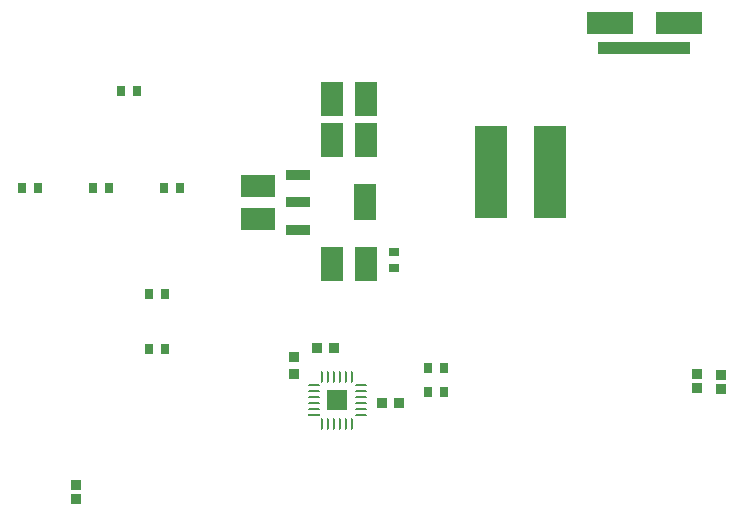
<source format=gbp>
G04*
G04 #@! TF.GenerationSoftware,Altium Limited,Altium Designer,23.2.1 (34)*
G04*
G04 Layer_Color=128*
%FSLAX44Y44*%
%MOMM*%
G71*
G04*
G04 #@! TF.SameCoordinates,D71E7737-13ED-4BDA-A6DE-6AB0D4F083BE*
G04*
G04*
G04 #@! TF.FilePolarity,Positive*
G04*
G01*
G75*
%ADD17R,3.8636X1.8636*%
%ADD18R,7.8944X1.0944*%
%ADD51R,0.9581X0.9121*%
%ADD52R,0.9121X0.9581*%
G04:AMPARAMS|DCode=57|XSize=0.2393mm|YSize=0.9791mm|CornerRadius=0.1196mm|HoleSize=0mm|Usage=FLASHONLY|Rotation=0.000|XOffset=0mm|YOffset=0mm|HoleType=Round|Shape=RoundedRectangle|*
%AMROUNDEDRECTD57*
21,1,0.2393,0.7398,0,0,0.0*
21,1,0.0000,0.9791,0,0,0.0*
1,1,0.2393,0.0000,-0.3699*
1,1,0.2393,0.0000,-0.3699*
1,1,0.2393,0.0000,0.3699*
1,1,0.2393,0.0000,0.3699*
%
%ADD57ROUNDEDRECTD57*%
G04:AMPARAMS|DCode=58|XSize=0.9791mm|YSize=0.2393mm|CornerRadius=0.1196mm|HoleSize=0mm|Usage=FLASHONLY|Rotation=0.000|XOffset=0mm|YOffset=0mm|HoleType=Round|Shape=RoundedRectangle|*
%AMROUNDEDRECTD58*
21,1,0.9791,0.0000,0,0,0.0*
21,1,0.7398,0.2393,0,0,0.0*
1,1,0.2393,0.3699,0.0000*
1,1,0.2393,-0.3699,0.0000*
1,1,0.2393,-0.3699,0.0000*
1,1,0.2393,0.3699,0.0000*
%
%ADD58ROUNDEDRECTD58*%
%ADD59R,0.9791X0.2393*%
%ADD61R,1.8526X2.9042*%
%ADD62R,2.9042X1.8526*%
%ADD71R,1.7076X1.7076*%
%ADD72R,0.9487X0.9487*%
%ADD73R,2.0356X0.8356*%
%ADD74R,1.9700X3.0700*%
%ADD75R,0.7554X0.9054*%
%ADD76R,0.9054X0.7554*%
%ADD77R,2.7773X7.7773*%
D17*
X-121000Y254000D02*
D03*
X-179000D02*
D03*
D18*
X-150000Y233000D02*
D03*
D51*
X-412730Y-21000D02*
D03*
X-427270D02*
D03*
X-357730Y-67000D02*
D03*
X-372270D02*
D03*
D52*
X-447000Y-28460D02*
D03*
Y-43000D02*
D03*
D57*
X-422500Y-84895D02*
D03*
X-417500D02*
D03*
X-412500D02*
D03*
X-407500D02*
D03*
X-402500D02*
D03*
X-397500D02*
D03*
Y-45104D02*
D03*
X-402500D02*
D03*
X-407500D02*
D03*
X-412500D02*
D03*
X-417500D02*
D03*
X-422500D02*
D03*
D58*
X-390104Y-77500D02*
D03*
X-390104Y-72500D02*
D03*
Y-67500D02*
D03*
Y-62500D02*
D03*
X-390104Y-57500D02*
D03*
Y-52500D02*
D03*
X-429896D02*
D03*
Y-57500D02*
D03*
Y-62500D02*
D03*
Y-67500D02*
D03*
Y-72500D02*
D03*
D59*
Y-77500D02*
D03*
D61*
X-414252Y50000D02*
D03*
X-385747Y50000D02*
D03*
X-414253Y190000D02*
D03*
X-385748D02*
D03*
X-414252Y155000D02*
D03*
X-385748D02*
D03*
D62*
X-477500Y88248D02*
D03*
Y116753D02*
D03*
D71*
X-410000Y-65000D02*
D03*
D72*
X-631000Y-137000D02*
D03*
Y-148700D02*
D03*
X-105000Y-54800D02*
D03*
Y-43100D02*
D03*
X-85000Y-55100D02*
D03*
Y-43400D02*
D03*
D73*
X-443500Y79500D02*
D03*
Y102500D02*
D03*
Y125500D02*
D03*
D74*
X-386500Y102500D02*
D03*
D75*
X-332750Y-58000D02*
D03*
X-319250D02*
D03*
X-332750Y-38000D02*
D03*
X-319250D02*
D03*
X-543250Y115000D02*
D03*
X-556750D02*
D03*
X-603250D02*
D03*
X-616750D02*
D03*
X-579250Y197000D02*
D03*
X-592750D02*
D03*
X-556250Y25000D02*
D03*
X-569750D02*
D03*
X-556250Y-22000D02*
D03*
X-569750D02*
D03*
X-663250Y115000D02*
D03*
X-676750D02*
D03*
D76*
X-362000Y60750D02*
D03*
Y47250D02*
D03*
D77*
X-230000Y128400D02*
D03*
X-280000D02*
D03*
M02*

</source>
